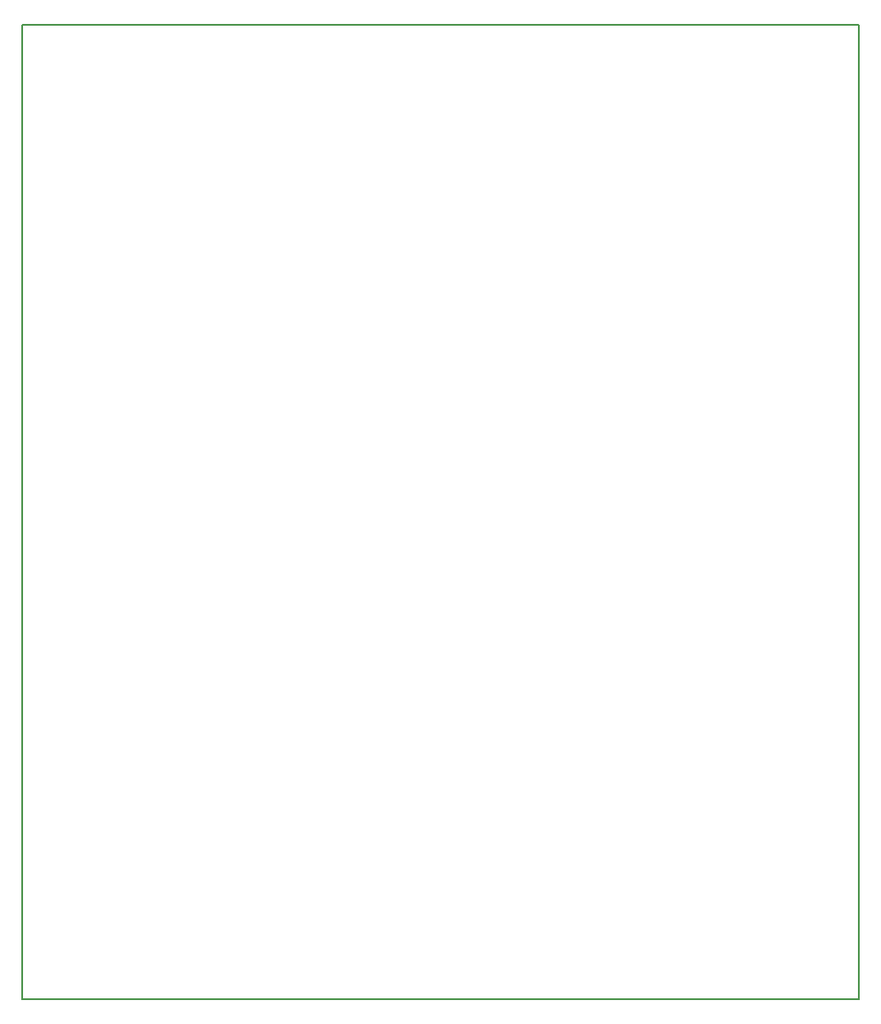
<source format=gbr>
G04 #@! TF.GenerationSoftware,KiCad,Pcbnew,(5.0.0)*
G04 #@! TF.CreationDate,2019-11-27T07:53:08+01:00*
G04 #@! TF.ProjectId,hexagon,68657861676F6E2E6B696361645F7063,rev?*
G04 #@! TF.SameCoordinates,Original*
G04 #@! TF.FileFunction,Other,User*
%FSLAX46Y46*%
G04 Gerber Fmt 4.6, Leading zero omitted, Abs format (unit mm)*
G04 Created by KiCad (PCBNEW (5.0.0)) date 11/27/19 07:53:08*
%MOMM*%
%LPD*%
G01*
G04 APERTURE LIST*
%ADD10C,0.150000*%
G04 APERTURE END LIST*
D10*
X25000000Y-118000000D02*
X105000000Y-118000000D01*
X25000000Y-25000000D02*
X25000000Y-118000000D01*
X105000000Y-25000000D02*
X25000000Y-25000000D01*
X105000000Y-118000000D02*
X105000000Y-25000000D01*
M02*

</source>
